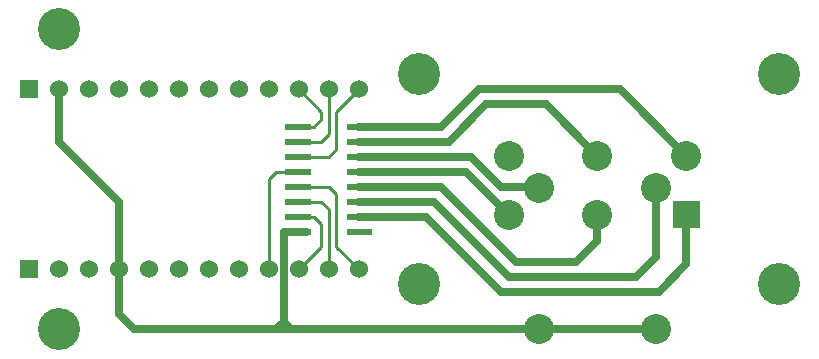
<source format=gtl>
G04 start of page 2 for group 0 idx 0 *
G04 Title: (unknown), top *
G04 Creator: pcb 4.3.0 *
G04 CreationDate: Wed Mar 23 17:19:41 2022 UTC *
G04 For: steve *
G04 Format: Gerber/RS-274X *
G04 PCB-Dimensions (mil): 3200.00 1400.00 *
G04 PCB-Coordinate-Origin: lower left *
%MOIN*%
%FSLAX25Y25*%
%LNGTL*%
%ADD18C,0.0380*%
%ADD17C,0.1300*%
%ADD16C,0.1400*%
%ADD15C,0.1000*%
%ADD14C,0.0600*%
%ADD13C,0.0001*%
%ADD12C,0.0250*%
%ADD11C,0.0100*%
G54D11*X150000Y60000D02*Y40000D01*
X160000D02*X152500Y47500D01*
Y55000D02*Y47500D01*
G54D12*X135000Y52500D02*X142500D01*
G54D11*X147500Y62500D02*X150000Y60000D01*
X139750Y67500D02*X150000D01*
X152500Y65000D01*
Y50000D01*
X148750Y61250D02*X150000Y60000D01*
X140000Y40000D02*X147500Y47500D01*
G54D12*X85000Y20000D02*X259300D01*
X135000D02*Y25000D01*
Y22500D02*X132500Y20000D01*
X137500D01*
X135000Y22500D01*
G54D11*X147500Y47500D02*Y55000D01*
X132500Y72500D02*X139750D01*
X150000Y77500D02*X139750D01*
X150000Y85000D02*X147500Y82500D01*
X139750D01*
X140000Y100000D02*X147500Y92500D01*
Y90000D01*
X145000Y87500D01*
X139750D01*
G54D12*X160250D02*X187500D01*
G54D11*X160000Y100000D02*X152500Y92500D01*
Y80000D01*
X150000Y77500D01*
Y100000D02*Y85000D01*
G54D12*X160250Y82500D02*X175000D01*
X160250Y77500D02*X175000D01*
X187500Y87500D02*X200000Y100000D01*
X172500Y82500D02*X190000D01*
X202500Y95000D01*
X222500D01*
X239600Y77900D01*
X60000Y100000D02*Y87500D01*
Y82500D01*
X80000Y62500D01*
Y50000D01*
X60000Y90000D02*Y85000D01*
G54D11*X139750Y57500D02*X145000D01*
X147500Y55000D01*
X139750Y62500D02*X147500D01*
X130000Y40000D02*Y70000D01*
X132500Y72500D01*
G54D12*X135000Y52500D02*Y22500D01*
X80000Y50000D02*Y27500D01*
Y30000D02*Y25000D01*
X85000Y20000D01*
X160250Y67500D02*X175000D01*
X160250Y62500D02*X175000D01*
X160250Y57500D02*X182500D01*
X207500Y32500D01*
X227500D01*
X172500Y67500D02*X187500D01*
X160250Y72500D02*X195800D01*
X172500Y77500D02*X197500D01*
X207500Y67500D01*
X219800D01*
X220000Y67300D01*
X187500Y67500D02*X212500Y42500D01*
X195800Y72500D02*X210100Y58200D01*
X172500Y62500D02*X185000D01*
X210000Y37500D01*
X212500Y42500D02*X227500D01*
X239600Y58200D02*Y49600D01*
X232500Y42500D01*
X225000D01*
X259300Y67300D02*Y44300D01*
X269200Y58200D02*Y41700D01*
X260000Y32500D01*
X259300Y44300D02*X252500Y37500D01*
X210000D02*X252500D01*
X260000Y32500D02*X225000D01*
X200000Y100000D02*X247100D01*
X269200Y77900D01*
G54D13*G36*
X47000Y43000D02*Y37000D01*
X53000D01*
Y43000D01*
X47000D01*
G37*
G54D14*X60000Y40000D03*
X70000D03*
X80000D03*
X90000D03*
X100000D03*
X110000D03*
X120000D03*
X80000Y100000D03*
X90000D03*
X100000D03*
X110000D03*
G54D13*G36*
X47000Y103000D02*Y97000D01*
X53000D01*
Y103000D01*
X47000D01*
G37*
G54D14*X60000Y100000D03*
X70000D03*
X120000D03*
X130000D03*
X140000D03*
X150000D03*
X160000D03*
X130000Y40000D03*
X140000D03*
X150000D03*
X160000D03*
G54D15*X210100Y58200D03*
X220000Y67300D03*
X210100Y77900D03*
X220000Y20000D03*
X239600Y77900D03*
Y58200D03*
X259300Y67300D03*
Y20000D03*
X269200Y77900D03*
G54D13*G36*
X264700Y62700D02*Y53700D01*
X273700D01*
Y62700D01*
X264700D01*
G37*
G36*
X135500Y73500D02*Y71500D01*
X144000D01*
Y73500D01*
X135500D01*
G37*
G36*
Y68500D02*Y66500D01*
X144000D01*
Y68500D01*
X135500D01*
G37*
G36*
Y63500D02*Y61500D01*
X144000D01*
Y63500D01*
X135500D01*
G37*
G36*
Y58500D02*Y56500D01*
X144000D01*
Y58500D01*
X135500D01*
G37*
G36*
Y88500D02*Y86500D01*
X144000D01*
Y88500D01*
X135500D01*
G37*
G36*
Y83500D02*Y81500D01*
X144000D01*
Y83500D01*
X135500D01*
G37*
G36*
Y78500D02*Y76500D01*
X144000D01*
Y78500D01*
X135500D01*
G37*
G36*
Y53500D02*Y51500D01*
X144000D01*
Y53500D01*
X135500D01*
G37*
G36*
X156000D02*Y51500D01*
X164500D01*
Y53500D01*
X156000D01*
G37*
G36*
Y58500D02*Y56500D01*
X164500D01*
Y58500D01*
X156000D01*
G37*
G36*
Y63500D02*Y61500D01*
X164500D01*
Y63500D01*
X156000D01*
G37*
G36*
Y68500D02*Y66500D01*
X164500D01*
Y68500D01*
X156000D01*
G37*
G36*
Y73500D02*Y71500D01*
X164500D01*
Y73500D01*
X156000D01*
G37*
G36*
Y78500D02*Y76500D01*
X164500D01*
Y78500D01*
X156000D01*
G37*
G36*
Y83500D02*Y81500D01*
X164500D01*
Y83500D01*
X156000D01*
G37*
G36*
Y88500D02*Y86500D01*
X164500D01*
Y88500D01*
X156000D01*
G37*
G54D16*X180000Y35000D03*
Y105000D03*
X300000D03*
Y35000D03*
X60000Y20000D03*
Y120000D03*
G54D17*G54D18*G54D14*M02*

</source>
